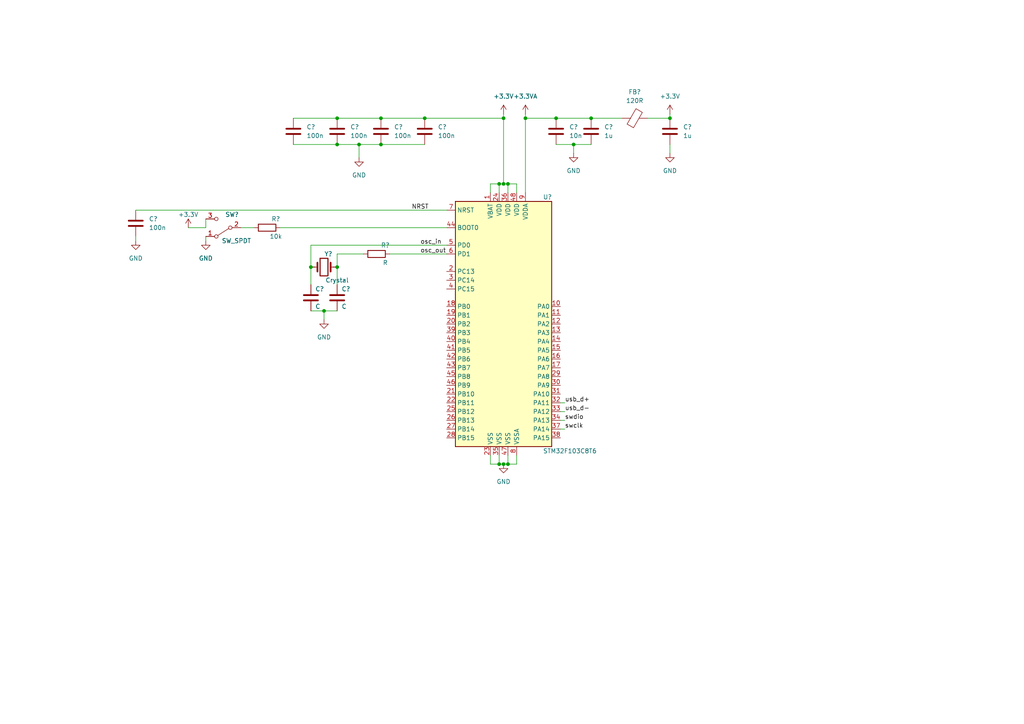
<source format=kicad_sch>
(kicad_sch (version 20211123) (generator eeschema)
  (paper "A4")
  (lib_symbols
    (symbol "Device:C" (pin_numbers hide) (pin_names (offset 0.254))
      (property "Reference" "C" (at 0.635 2.54 0))
      (property "Value" "C" (at 0.635 -2.54 0))
      (symbol "C_0_1"
        (polyline (pts (xy -2.032 -0.762) (xy 2.032 -0.762)) (stroke (width 0.508)))
        (polyline (pts (xy -2.032 0.762) (xy 2.032 0.762)) (stroke (width 0.508)))
      )
      (symbol "C_1_1"
        (pin passive line (at 0 3.81 270) (length 2.794) (name "~") (number "1"))
        (pin passive line (at 0 -3.81 90) (length 2.794) (name "~") (number "2"))
      )
    )
    (symbol "Device:Crystal" (pin_numbers hide) (pin_names (offset 1.016) hide)
      (property "Reference" "Y" (at 0 3.81 0))
      (property "Value" "Crystal" (at 0 -3.81 0))
      (symbol "Crystal_0_1"
        (rectangle (start -1.143 2.54) (end 1.143 -2.54) (stroke (width 0.3048)))
        (polyline (pts (xy -2.54 0) (xy -1.905 0)))
        (polyline (pts (xy -1.905 -1.27) (xy -1.905 1.27)) (stroke (width 0.508)))
        (polyline (pts (xy 1.905 -1.27) (xy 1.905 1.27)) (stroke (width 0.508)))
        (polyline (pts (xy 2.54 0) (xy 1.905 0)))
      )
      (symbol "Crystal_1_1"
        (pin passive line (at -3.81 0 0) (length 1.27) (name "1") (number "1"))
        (pin passive line (at 3.81 0 180) (length 1.27) (name "2") (number "2"))
      )
    )
    (symbol "Device:FerriteBead" (pin_numbers hide) (pin_names (offset 0))
      (property "Reference" "FB" (at -3.81 0.635 90))
      (property "Value" "FerriteBead" (at 3.81 0 90))
      (symbol "FerriteBead_0_1"
        (polyline (pts (xy 0 -1.27) (xy 0 -1.2192)))
        (polyline (pts (xy 0 1.27) (xy 0 1.2954)))
        (polyline (pts (xy -2.7686 0.4064) (xy -1.7018 2.2606) (xy 2.7686 -0.3048) (xy 1.6764 -2.159) (xy -2.7686 0.4064)))
      )
      (symbol "FerriteBead_1_1"
        (pin passive line (at 0 3.81 270) (length 2.54) (name "~") (number "1"))
        (pin passive line (at 0 -3.81 90) (length 2.54) (name "~") (number "2"))
      )
    )
    (symbol "Device:R" (pin_numbers hide) (pin_names (offset 0))
      (property "Reference" "R" (at 2.032 0 90))
      (property "Value" "R" (at 0 0 90))
      (symbol "R_0_1"
        (rectangle (start -1.016 -2.54) (end 1.016 2.54) (stroke (width 0.254)))
      )
      (symbol "R_1_1"
        (pin passive line (at 0 3.81 270) (length 1.27) (name "~") (number "1"))
        (pin passive line (at 0 -3.81 90) (length 1.27) (name "~") (number "2"))
      )
    )
    (symbol "MCU_ST_STM32F1:STM32F103C8Tx"
      (property "Reference" "U" (at -15.24 36.83 0))
      (property "Value" "STM32F103C8Tx" (at 7.62 36.83 0))
      (symbol "STM32F103C8Tx_0_1"
        (rectangle (start -15.24 -35.56) (end 12.7 35.56) (stroke (width 0.254)) (fill (type background)))
      )
      (symbol "STM32F103C8Tx_1_1"
        (pin power_in line (at -5.08 38.1 270) (length 2.54) (name "VBAT") (number "1"))
        (pin bidirectional line (at 15.24 5.08 180) (length 2.54) (name "PA0") (number "10"))
        (pin bidirectional line (at 15.24 2.54 180) (length 2.54) (name "PA1") (number "11"))
        (pin bidirectional line (at 15.24 0 180) (length 2.54) (name "PA2") (number "12"))
        (pin bidirectional line (at 15.24 -2.54 180) (length 2.54) (name "PA3") (number "13"))
        (pin bidirectional line (at 15.24 -5.08 180) (length 2.54) (name "PA4") (number "14"))
        (pin bidirectional line (at 15.24 -7.62 180) (length 2.54) (name "PA5") (number "15"))
        (pin bidirectional line (at 15.24 -10.16 180) (length 2.54) (name "PA6") (number "16"))
        (pin bidirectional line (at 15.24 -12.7 180) (length 2.54) (name "PA7") (number "17"))
        (pin bidirectional line (at -17.78 5.08 0) (length 2.54) (name "PB0") (number "18"))
        (pin bidirectional line (at -17.78 2.54 0) (length 2.54) (name "PB1") (number "19"))
        (pin bidirectional line (at -17.78 15.24 0) (length 2.54) (name "PC13") (number "2"))
        (pin bidirectional line (at -17.78 0 0) (length 2.54) (name "PB2") (number "20"))
        (pin bidirectional line (at -17.78 -20.32 0) (length 2.54) (name "PB10") (number "21"))
        (pin bidirectional line (at -17.78 -22.86 0) (length 2.54) (name "PB11") (number "22"))
        (pin power_in line (at -5.08 -38.1 90) (length 2.54) (name "VSS") (number "23"))
        (pin power_in line (at -2.54 38.1 270) (length 2.54) (name "VDD") (number "24"))
        (pin bidirectional line (at -17.78 -25.4 0) (length 2.54) (name "PB12") (number "25"))
        (pin bidirectional line (at -17.78 -27.94 0) (length 2.54) (name "PB13") (number "26"))
        (pin bidirectional line (at -17.78 -30.48 0) (length 2.54) (name "PB14") (number "27"))
        (pin bidirectional line (at -17.78 -33.02 0) (length 2.54) (name "PB15") (number "28"))
        (pin bidirectional line (at 15.24 -15.24 180) (length 2.54) (name "PA8") (number "29"))
        (pin bidirectional line (at -17.78 12.7 0) (length 2.54) (name "PC14") (number "3"))
        (pin bidirectional line (at 15.24 -17.78 180) (length 2.54) (name "PA9") (number "30"))
        (pin bidirectional line (at 15.24 -20.32 180) (length 2.54) (name "PA10") (number "31"))
        (pin bidirectional line (at 15.24 -22.86 180) (length 2.54) (name "PA11") (number "32"))
        (pin bidirectional line (at 15.24 -25.4 180) (length 2.54) (name "PA12") (number "33"))
        (pin bidirectional line (at 15.24 -27.94 180) (length 2.54) (name "PA13") (number "34"))
        (pin power_in line (at -2.54 -38.1 90) (length 2.54) (name "VSS") (number "35"))
        (pin power_in line (at 0 38.1 270) (length 2.54) (name "VDD") (number "36"))
        (pin bidirectional line (at 15.24 -30.48 180) (length 2.54) (name "PA14") (number "37"))
        (pin bidirectional line (at 15.24 -33.02 180) (length 2.54) (name "PA15") (number "38"))
        (pin bidirectional line (at -17.78 -2.54 0) (length 2.54) (name "PB3") (number "39"))
        (pin bidirectional line (at -17.78 10.16 0) (length 2.54) (name "PC15") (number "4"))
        (pin bidirectional line (at -17.78 -5.08 0) (length 2.54) (name "PB4") (number "40"))
        (pin bidirectional line (at -17.78 -7.62 0) (length 2.54) (name "PB5") (number "41"))
        (pin bidirectional line (at -17.78 -10.16 0) (length 2.54) (name "PB6") (number "42"))
        (pin bidirectional line (at -17.78 -12.7 0) (length 2.54) (name "PB7") (number "43"))
        (pin input line (at -17.78 27.94 0) (length 2.54) (name "BOOT0") (number "44"))
        (pin bidirectional line (at -17.78 -15.24 0) (length 2.54) (name "PB8") (number "45"))
        (pin bidirectional line (at -17.78 -17.78 0) (length 2.54) (name "PB9") (number "46"))
        (pin power_in line (at 0 -38.1 90) (length 2.54) (name "VSS") (number "47"))
        (pin power_in line (at 2.54 38.1 270) (length 2.54) (name "VDD") (number "48"))
        (pin input line (at -17.78 22.86 0) (length 2.54) (name "PD0") (number "5"))
        (pin input line (at -17.78 20.32 0) (length 2.54) (name "PD1") (number "6"))
        (pin input line (at -17.78 33.02 0) (length 2.54) (name "NRST") (number "7"))
        (pin power_in line (at 2.54 -38.1 90) (length 2.54) (name "VSSA") (number "8"))
        (pin power_in line (at 5.08 38.1 270) (length 2.54) (name "VDDA") (number "9"))
      )
    )
    (symbol "Switch:SW_SPDT" (pin_names (offset 0) hide)
      (property "Reference" "SW" (at 0 4.318 0))
      (property "Value" "SW_SPDT" (at 0 -5.08 0))
      (symbol "SW_SPDT_0_0"
        (circle (center -2.032 0) (radius 0.508))
        (circle (center 2.032 -2.54) (radius 0.508))
      )
      (symbol "SW_SPDT_0_1"
        (polyline (pts (xy -1.524 0.254) (xy 1.651 2.286)))
        (circle (center 2.032 2.54) (radius 0.508))
      )
      (symbol "SW_SPDT_1_1"
        (pin passive line (at 5.08 2.54 180) (length 2.54) (name "A") (number "1"))
        (pin passive line (at -5.08 0 0) (length 2.54) (name "B") (number "2"))
        (pin passive line (at 5.08 -2.54 180) (length 2.54) (name "C") (number "3"))
      )
    )
    (symbol "power:+3.3V" (power) (pin_names (offset 0))
      (property "Value" "+3.3V" (at 0 3.556 0))
      (symbol "+3.3V_0_1"
        (polyline (pts (xy -0.762 1.27) (xy 0 2.54)))
        (polyline (pts (xy 0 0) (xy 0 2.54)))
        (polyline (pts (xy 0 2.54) (xy 0.762 1.27)))
      )
      (symbol "+3.3V_1_1"
        (pin power_in line (at 0 0 90) (length 0) hide (name "+3.3V") (number "1"))
      )
    )
    (symbol "power:+3.3VA" (power) (pin_names (offset 0))
      (property "Value" "+3.3VA" (at 0 3.556 0))
      (symbol "+3.3VA_0_1"
        (polyline (pts (xy -0.762 1.27) (xy 0 2.54)))
        (polyline (pts (xy 0 0) (xy 0 2.54)))
        (polyline (pts (xy 0 2.54) (xy 0.762 1.27)))
      )
      (symbol "+3.3VA_1_1"
        (pin power_in line (at 0 0 90) (length 0) hide (name "+3.3VA") (number "1"))
      )
    )
    (symbol "power:GND" (power) (pin_names (offset 0))
      (property "Value" "GND" (at 0 -3.81 0))
      (symbol "GND_0_1"
        (polyline (pts (xy 0 0) (xy 0 -1.27) (xy 1.27 -1.27) (xy 0 -2.54) (xy -1.27 -1.27) (xy 0 -1.27)))
      )
      (symbol "GND_1_1"
        (pin power_in line (at 0 0 270) (length 0) hide (name "GND") (number "1"))
      )
    )
  )
  (junction (at 104.14 41.91))
  (junction (at 146.05 34.29))
  (junction (at 97.79 41.91))
  (junction (at 123.19 34.29))
  (junction (at 171.45 34.29))
  (junction (at 166.37 41.91))
  (junction (at 110.49 41.91))
  (junction (at 90.17 77.47))
  (junction (at 152.4 34.29))
  (junction (at 144.78 53.34))
  (junction (at 97.79 77.47))
  (junction (at 97.79 34.29))
  (junction (at 194.31 34.29))
  (junction (at 110.49 34.29))
  (junction (at 161.29 34.29))
  (junction (at 144.78 134.62))
  (junction (at 147.32 53.34))
  (junction (at 146.05 134.62))
  (junction (at 147.32 134.62))
  (junction (at 93.98 90.17))
  (junction (at 146.05 53.34))
  (wire (pts (xy 123.19 34.29) (xy 146.05 34.29)))
  (wire (pts (xy 144.78 53.34) (xy 142.24 53.34)))
  (wire (pts (xy 147.32 132.08) (xy 147.32 134.62)))
  (wire (pts (xy 110.49 34.29) (xy 123.19 34.29)))
  (wire (pts (xy 146.05 34.29) (xy 146.05 33.02)))
  (wire (pts (xy 142.24 53.34) (xy 142.24 55.88)))
  (wire (pts (xy 166.37 41.91) (xy 166.37 44.45)))
  (wire (pts (xy 166.37 41.91) (xy 171.45 41.91)))
  (wire (pts (xy 39.37 60.96) (xy 129.54 60.96)))
  (wire (pts (xy 187.96 34.29) (xy 194.31 34.29)))
  (wire (pts (xy 97.79 90.17) (xy 93.98 90.17)))
  (wire (pts (xy 97.79 77.47) (xy 97.79 82.55)))
  (wire (pts (xy 69.85 66.04) (xy 73.66 66.04)))
  (wire (pts (xy 97.79 34.29) (xy 110.49 34.29)))
  (wire (pts (xy 146.05 134.62) (xy 147.32 134.62)))
  (wire (pts (xy 144.78 132.08) (xy 144.78 134.62)))
  (wire (pts (xy 152.4 33.02) (xy 152.4 34.29)))
  (wire (pts (xy 146.05 53.34) (xy 147.32 53.34)))
  (wire (pts (xy 110.49 41.91) (xy 123.19 41.91)))
  (wire (pts (xy 161.29 41.91) (xy 166.37 41.91)))
  (wire (pts (xy 162.56 121.92) (xy 163.83 121.92)))
  (wire (pts (xy 152.4 34.29) (xy 161.29 34.29)))
  (wire (pts (xy 81.28 66.04) (xy 129.54 66.04)))
  (wire (pts (xy 90.17 77.47) (xy 90.17 82.55)))
  (wire (pts (xy 149.86 53.34) (xy 149.86 55.88)))
  (wire (pts (xy 105.41 73.66) (xy 97.79 73.66)))
  (wire (pts (xy 162.56 124.46) (xy 163.83 124.46)))
  (wire (pts (xy 149.86 132.08) (xy 149.86 134.62)))
  (wire (pts (xy 171.45 34.29) (xy 180.34 34.29)))
  (wire (pts (xy 90.17 71.12) (xy 90.17 77.47)))
  (wire (pts (xy 93.98 90.17) (xy 93.98 92.71)))
  (wire (pts (xy 194.31 41.91) (xy 194.31 44.45)))
  (wire (pts (xy 142.24 134.62) (xy 144.78 134.62)))
  (wire (pts (xy 85.09 34.29) (xy 97.79 34.29)))
  (wire (pts (xy 162.56 119.38) (xy 163.83 119.38)))
  (wire (pts (xy 90.17 71.12) (xy 129.54 71.12)))
  (wire (pts (xy 147.32 53.34) (xy 147.32 55.88)))
  (wire (pts (xy 161.29 34.29) (xy 171.45 34.29)))
  (wire (pts (xy 147.32 134.62) (xy 149.86 134.62)))
  (wire (pts (xy 85.09 41.91) (xy 97.79 41.91)))
  (wire (pts (xy 97.79 73.66) (xy 97.79 77.47)))
  (wire (pts (xy 194.31 33.02) (xy 194.31 34.29)))
  (wire (pts (xy 142.24 132.08) (xy 142.24 134.62)))
  (wire (pts (xy 144.78 53.34) (xy 144.78 55.88)))
  (wire (pts (xy 54.61 66.04) (xy 59.69 66.04)))
  (wire (pts (xy 104.14 41.91) (xy 110.49 41.91)))
  (wire (pts (xy 113.03 73.66) (xy 129.54 73.66)))
  (wire (pts (xy 39.37 68.58) (xy 39.37 69.85)))
  (wire (pts (xy 90.17 90.17) (xy 93.98 90.17)))
  (wire (pts (xy 162.56 116.84) (xy 163.83 116.84)))
  (wire (pts (xy 59.69 63.5) (xy 59.69 66.04)))
  (wire (pts (xy 152.4 34.29) (xy 152.4 55.88)))
  (wire (pts (xy 146.05 53.34) (xy 144.78 53.34)))
  (wire (pts (xy 144.78 134.62) (xy 146.05 134.62)))
  (wire (pts (xy 146.05 34.29) (xy 146.05 53.34)))
  (wire (pts (xy 147.32 53.34) (xy 149.86 53.34)))
  (wire (pts (xy 97.79 41.91) (xy 104.14 41.91)))
  (wire (pts (xy 104.14 41.91) (xy 104.14 45.72)))
  (wire (pts (xy 59.69 68.58) (xy 59.69 69.85)))
  (label "swdio" (at 163.83 121.92 0))
  (label "swclk" (at 163.83 124.46 0))
  (label "usb_d+" (at 163.83 116.84 0))
  (label "osc_out" (at 121.92 73.66 0))
  (label "usb_d-" (at 163.83 119.38 0))
  (label "NRST" (at 119.38 60.96 0))
  (label "osc_in" (at 121.92 71.12 0))
  (symbol (lib_id "power:+3.3VA") (at 152.4 33.02 0) (unit 1)
    (property "Reference" "#PWR?" (effects hide))
    (property "Value" "+3.3VA" (at 152.4 27.94 0))
  )
  (symbol (lib_id "power:GND") (at 93.98 92.71 0) (unit 1)
    (property "Reference" "#PWR?" (effects hide))
    (property "Value" "GND" (at 93.98 97.79 0))
  )
  (symbol (lib_id "Switch:SW_SPDT") (at 64.77 66.04 180) (unit 1)
    (property "Reference" "SW?" (at 67.31 62.23 0))
    (property "Value" "SW_SPDT" (at 68.58 69.85 0))
  )
  (symbol (lib_id "Device:C") (at 161.29 38.1 0) (unit 1)
    (property "Reference" "C?" (at 165.1 36.8299 0) (effects (justify left)))
    (property "Value" "10n" (at 165.1 39.3699 0) (effects (justify left)))
  )
  (symbol (lib_id "Device:C") (at 85.09 38.1 0) (unit 1)
    (property "Reference" "C?" (at 88.9 36.8299 0) (effects (justify left)))
    (property "Value" "100n" (at 88.9 39.3699 0) (effects (justify left)))
  )
  (symbol (lib_id "power:+3.3V") (at 194.31 33.02 0) (unit 1)
    (property "Reference" "#PWR?" (effects hide))
    (property "Value" "+3.3V" (at 194.31 27.94 0))
  )
  (symbol (lib_id "Device:Crystal") (at 93.98 77.47 0) (unit 1)
    (property "Reference" "Y?" (at 95.25 73.66 0))
    (property "Value" "Crystal" (at 97.79 81.28 0))
  )
  (symbol (lib_id "Device:C") (at 194.31 38.1 0) (unit 1)
    (property "Reference" "C?" (at 198.12 36.8299 0) (effects (justify left)))
    (property "Value" "1u" (at 198.12 39.3699 0) (effects (justify left)))
  )
  (symbol (lib_id "power:GND") (at 194.31 44.45 0) (unit 1)
    (property "Reference" "#PWR?" (effects hide))
    (property "Value" "GND" (at 194.31 49.53 0))
  )
  (symbol (lib_id "Device:C") (at 110.49 38.1 0) (unit 1)
    (property "Reference" "C?" (at 114.3 36.8299 0) (effects (justify left)))
    (property "Value" "100n" (at 114.3 39.3699 0) (effects (justify left)))
  )
  (symbol (lib_id "power:+3.3V") (at 54.61 66.04 0) (unit 1)
    (property "Reference" "#PWR?" (effects hide))
    (property "Value" "+3.3V" (at 54.61 62.23 0))
  )
  (symbol (lib_id "Device:C") (at 97.79 38.1 0) (unit 1)
    (property "Reference" "C?" (at 101.6 36.8299 0) (effects (justify left)))
    (property "Value" "100n" (at 101.6 39.3699 0) (effects (justify left)))
  )
  (symbol (lib_id "Device:C") (at 123.19 38.1 0) (unit 1)
    (property "Reference" "C?" (at 127 36.8299 0) (effects (justify left)))
    (property "Value" "100n" (at 127 39.3699 0) (effects (justify left)))
  )
  (symbol (lib_id "Device:C") (at 90.17 86.36 0) (unit 1)
    (property "Reference" "C?" (at 91.44 83.82 0) (effects (justify left)))
    (property "Value" "C" (at 91.44 88.9 0) (effects (justify left)))
  )
  (symbol (lib_id "power:GND") (at 104.14 45.72 0) (unit 1)
    (property "Reference" "#PWR?" (effects hide))
    (property "Value" "GND" (at 104.14 50.8 0))
  )
  (symbol (lib_id "Device:FerriteBead") (at 184.15 34.29 90) (unit 1)
    (property "Reference" "FB?" (at 184.0992 26.67 90))
    (property "Value" "120R" (at 184.0992 29.21 90))
  )
  (symbol (lib_id "MCU_ST_STM32F1:STM32F103C8Tx") (at 147.32 93.98 0) (unit 1)
    (property "Reference" "U?" (at 157.48 57.15 0) (effects (justify left)))
    (property "Value" "STM32F103C8T6" (at 157.48 130.81 0) (effects (justify left)))
    (property "Footprint" "Package_QFP:LQFP-48_7x7mm_P0.5mm" (effects hide))
    (property "Datasheet" "http://www.st.com/st-web-ui/static/active/en/resource/technical/document/datasheet/CD00161566.pdf" (effects hide))
  )
  (symbol (lib_id "power:GND") (at 146.05 134.62 0) (unit 1)
    (property "Reference" "#PWR?" (effects hide))
    (property "Value" "GND" (at 146.05 139.7 0))
  )
  (symbol (lib_id "power:+3.3V") (at 146.05 33.02 0) (unit 1)
    (property "Reference" "#PWR?" (effects hide))
    (property "Value" "+3.3V" (at 146.05 27.94 0))
  )
  (symbol (lib_id "Device:C") (at 97.79 86.36 0) (unit 1)
    (property "Reference" "C?" (at 99.06 83.82 0) (effects (justify left)))
    (property "Value" "C" (at 99.06 88.9 0) (effects (justify left)))
  )
  (symbol (lib_id "Device:R") (at 77.47 66.04 90) (unit 1)
    (property "Reference" "R?" (at 80.01 63.5 90))
    (property "Value" "10k" (at 80.01 68.58 90))
  )
  (symbol (lib_id "power:GND") (at 59.69 69.85 0) (unit 1)
    (property "Reference" "#PWR?" (effects hide))
    (property "Value" "GND" (at 59.69 74.93 0))
  )
  (symbol (lib_id "Device:C") (at 39.37 64.77 0) (unit 1)
    (property "Reference" "C?" (at 43.18 63.4999 0) (effects (justify left)))
    (property "Value" "100n" (at 43.18 66.0399 0) (effects (justify left)))
  )
  (symbol (lib_id "Device:C") (at 171.45 38.1 0) (unit 1)
    (property "Reference" "C?" (at 175.26 36.8299 0) (effects (justify left)))
    (property "Value" "1u" (at 175.26 39.3699 0) (effects (justify left)))
  )
  (symbol (lib_id "power:GND") (at 166.37 44.45 0) (unit 1)
    (property "Reference" "#PWR?" (effects hide))
    (property "Value" "GND" (at 166.37 49.53 0))
  )
  (symbol (lib_id "power:GND") (at 39.37 69.85 0) (unit 1)
    (property "Reference" "#PWR?" (effects hide))
    (property "Value" "GND" (at 39.37 74.93 0))
  )
  (symbol (lib_id "Device:R") (at 109.22 73.66 90) (unit 1)
    (property "Reference" "R?" (at 111.76 71.12 90))
    (property "Value" "R" (at 111.76 76.2 90))
  )
)
</source>
